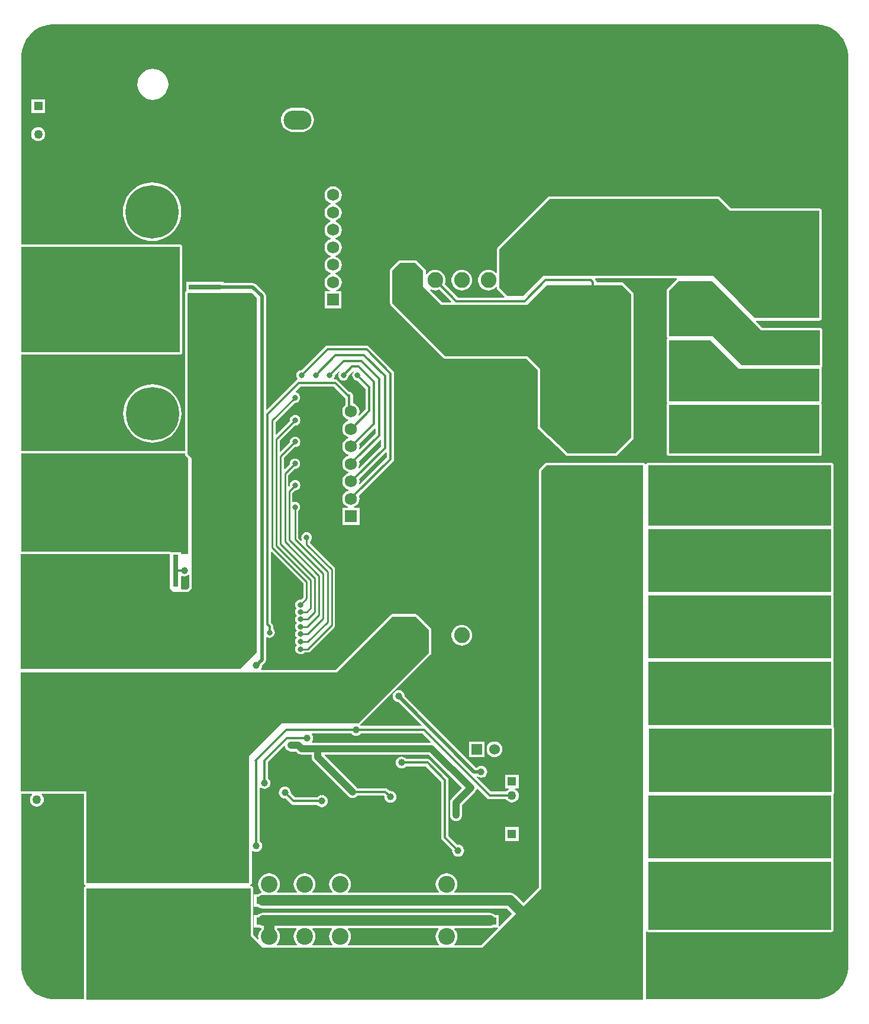
<source format=gbr>
%FSTAX23Y23*%
%MOIN*%
%SFA1B1*%

%IPPOS*%
%ADD23R,0.066929X0.041339*%
%ADD24C,0.013780*%
%ADD25C,0.019685*%
%ADD26C,0.039370*%
%ADD27C,0.059055*%
%ADD28C,0.009842*%
%ADD30C,0.100000*%
%ADD31R,0.100000X0.100000*%
%ADD32C,0.050000*%
%ADD33R,0.050000X0.050000*%
%ADD34O,0.130000X0.100000*%
%ADD35R,0.129921X0.086614*%
%ADD36O,0.129921X0.086614*%
%ADD37C,0.094488*%
%ADD38C,0.088583*%
%ADD39C,0.137795*%
%ADD40C,0.098425*%
%ADD41O,0.157480X0.108268*%
%ADD42C,0.060000*%
%ADD43R,0.060000X0.060000*%
%ADD44O,0.118110X0.167323*%
%ADD45C,0.300000*%
%ADD46C,0.068898*%
%ADD47R,0.068898X0.068898*%
%ADD48C,0.275591*%
%ADD49C,0.039370*%
%ADD50C,0.031496*%
%ADD51R,0.031496X0.181102*%
%ADD52R,0.425197X0.370079*%
%ADD53R,0.181102X0.031496*%
%ADD54R,0.370079X0.425197*%
%ADD55C,0.049213*%
%LNpms_board_copper_signal_bot-1*%
%LPD*%
G36*
X00903Y04244D02*
X0001D01*
Y04838*
X00903*
Y04244*
G37*
G36*
X01883Y04134D02*
X01879Y04129D01*
X01876Y04121*
X01875Y04114*
X01876Y04106*
X01879Y04099*
X01884Y04093*
X0189Y04088*
X01897Y04085*
X01905Y04084*
X01951Y04038*
Y03922*
X01915Y03886*
X01911Y03889*
X01915Y03898*
X01916Y03911*
X01915Y03923*
X0191Y03935*
X01902Y03945*
X01892Y03953*
X0188Y03958*
X01879Y03958*
Y04*
X01878Y04008*
X01873Y04015*
X01866Y04019*
X01858Y04021*
X01794Y04085*
X01787Y0409*
X01779Y04091*
X01774*
X01772Y04096*
X01773Y04099*
X01776Y04106*
X01777Y04114*
X01801Y04137*
X01804Y04134*
X018Y04129*
X01798Y04121*
X01796Y04114*
X01798Y04106*
X018Y04099*
X01805Y04093*
X01811Y04088*
X01819Y04085*
X01826Y04084*
X01834Y04085*
X01841Y04088*
X01847Y04093*
X01852Y04099*
X01855Y04106*
X01856Y04114*
X01879Y04137*
X01883Y04134*
G37*
G36*
X02006Y03812D02*
Y03784D01*
X01918Y03696*
X01913Y03698*
X01915Y03701*
X01916Y03714*
X01915Y03726*
X01914Y03727*
X02001Y03814*
X02006Y03812*
G37*
G36*
X02037Y03749D02*
Y03713D01*
X01915Y0359*
X01911Y03593*
X01915Y03603*
X01916Y03615*
X01915Y03628*
X01913Y03631*
X02033Y03751*
X02037Y03749*
G37*
G36*
X02069Y03678D02*
Y0365D01*
X01918Y03499*
X01913Y03502*
X01915Y03504*
X01916Y03517*
X01915Y03529*
X01914Y0353*
X02064Y0368*
X02069Y03678*
G37*
G36*
X0452Y06088D02*
X04544Y06082D01*
X04566Y06073*
X04588Y06061*
X04607Y06046*
X04624Y06028*
X04639Y06009*
X04652Y05988*
X04661Y05965*
X04667Y05942*
X0467Y05917*
Y05905*
X0467Y00787*
Y00787*
X0467Y00775*
X04667Y0075*
X04661Y00727*
X04652Y00704*
X04639Y00683*
X04624Y00664*
X04607Y00646*
X04588Y00631*
X04566Y00619*
X04544Y0061*
X0452Y00603*
X04496Y006*
X03529*
Y00979*
X0353Y00979*
X03534Y00981*
X03537Y00979*
X03543Y00978*
X04574*
X0458Y00979*
X04584Y00982*
X04587Y00986*
X04588Y00992*
Y01374*
X04587Y01379*
X04584Y01383*
X04587Y01388*
X04588Y01393*
Y01748*
X04587Y01753*
X04586Y01756*
X04588Y01757*
X04591Y01762*
X04592Y01767*
Y02125*
X04591Y02131*
X04588Y02135*
X04586Y02137*
X04587Y0214*
X04588Y02145*
Y025*
X04587Y02505*
X04584Y02509*
X04587Y02514*
X04588Y02519*
Y02874*
X04587Y02879*
X04584Y02883*
X04587Y02888*
X04588Y02893*
Y03248*
X04587Y03253*
X04584Y03257*
X04587Y03262*
X04588Y03267*
Y03606*
X04587Y03611*
X04584Y03616*
X0458Y03619*
X04574Y0362*
X03543*
X03537Y03619*
X03533Y03616*
X03532Y03614*
X03526*
X03525Y03616*
X03521Y03619*
X03515Y0362*
X02972*
X02967Y03619*
X02962Y03616*
X02931Y03584*
X02927Y0358*
X02926Y03574*
Y0123*
X02839Y01143*
X02795Y01187*
X02786Y01194*
X02776Y01198*
X02764Y012*
X02452*
X02451Y01201*
X0245Y01205*
X02458Y01213*
X02463Y01224*
X02467Y01236*
X02468Y01248*
X02467Y01259*
X02463Y01271*
X02458Y01282*
X0245Y01291*
X02441Y01299*
X0243Y01304*
X02419Y01308*
X02407Y01309*
X02395Y01308*
X02383Y01304*
X02373Y01299*
X02363Y01291*
X02356Y01282*
X0235Y01271*
X02346Y01259*
X02345Y01248*
X02346Y01236*
X0235Y01224*
X02356Y01213*
X02363Y01205*
X02362Y01201*
X02362Y012*
X01852*
X01851Y01201*
X0185Y01205*
X01858Y01213*
X01863Y01224*
X01867Y01236*
X01868Y01248*
X01867Y01259*
X01863Y01271*
X01858Y01282*
X0185Y01291*
X01841Y01299*
X0183Y01304*
X01819Y01308*
X01807Y01309*
X01795Y01308*
X01783Y01304*
X01773Y01299*
X01763Y01291*
X01756Y01282*
X0175Y01271*
X01746Y01259*
X01745Y01248*
X01746Y01236*
X0175Y01224*
X01756Y01213*
X01763Y01205*
X01762Y01201*
X01762Y012*
X01652*
X01651Y01201*
X0165Y01205*
X01658Y01213*
X01663Y01224*
X01667Y01236*
X01668Y01248*
X01667Y01259*
X01663Y01271*
X01658Y01282*
X0165Y01291*
X01641Y01299*
X0163Y01304*
X01619Y01308*
X01607Y01309*
X01595Y01308*
X01583Y01304*
X01573Y01299*
X01563Y01291*
X01556Y01282*
X0155Y01271*
X01546Y01259*
X01545Y01248*
X01546Y01236*
X0155Y01224*
X01556Y01213*
X01563Y01205*
X01562Y01201*
X01562Y012*
X01452*
X01451Y01201*
X0145Y01205*
X01458Y01213*
X01463Y01224*
X01467Y01236*
X01468Y01248*
X01467Y01259*
X01463Y01271*
X01458Y01282*
X0145Y01291*
X01441Y01299*
X0143Y01304*
X01419Y01308*
X01407Y01309*
X01395Y01308*
X01383Y01304*
X01373Y01299*
X01363Y01291*
X01356Y01282*
X0135Y01271*
X01346Y01259*
X01345Y01248*
X01346Y01236*
X0135Y01224*
X01356Y01213*
X01363Y01204*
X01364Y01204*
X01363Y01199*
X01358Y01198*
X01348Y01194*
X01343Y0119*
X01322*
Y01122*
X01343*
X01348Y01118*
X01358Y01114*
X0137Y01112*
X02746*
X02778Y01081*
X02705Y01009*
X027Y01011*
Y01074*
X0268*
X02672Y01081*
X02661Y01085*
X0265Y01087*
X01373*
X01362Y01085*
X01351Y01081*
X01342Y01074*
X01322*
Y01005*
X01351*
X01351Y01005*
X01362Y01001*
X01363Y01001*
Y00995*
X01356Y00987*
X0135Y00976*
X01346Y00964*
X01345Y00953*
X01346Y00941*
X01347Y00939*
X01343Y00936*
X01317Y00962*
Y01224*
X01316Y01229*
X01313Y01234*
X01308Y01237*
X01303Y01238*
X01302*
X01301Y01239*
X01301Y01243*
X01305Y01245*
X01308Y0125*
X01309Y01255*
Y01435*
X01314Y01437*
X01317Y01435*
X01325Y01431*
X01334Y0143*
X01343Y01431*
X01351Y01435*
X01358Y0144*
X01363Y01447*
X01367Y01455*
X01368Y01464*
X01367Y01473*
X01363Y01481*
X01358Y01488*
X01355Y0149*
Y0179*
X0136Y01792*
X01365Y01789*
X01373Y01786*
X01381Y01785*
X0139Y01786*
X01398Y01789*
X01405Y01795*
X01411Y01802*
X01414Y0181*
X01415Y01818*
X01414Y01827*
X01411Y01835*
X01405Y01842*
X01402Y01844*
Y01936*
X01493Y02026*
X01498Y02024*
X01498Y0202*
X01502Y02012*
X01507Y02005*
X01514Y02*
X01522Y01996*
X01531Y01995*
X01558*
X01566Y01987*
X01573Y01982*
X01581Y01979*
X0159Y01978*
X01647*
Y01964*
X01648Y01955*
X01651Y01947*
X01657Y0194*
X01854Y01743*
X01861Y01738*
X01869Y01735*
X01877Y01733*
X01886Y01735*
X01894Y01738*
X01901Y01743*
X01903Y01746*
X02053*
X02057Y01742*
X02056Y0174*
X02057Y01731*
X02061Y01723*
X02066Y01716*
X02073Y0171*
X02081Y01707*
X0209Y01706*
X02099Y01707*
X02107Y0171*
X02114Y01716*
X02119Y01723*
X02123Y01731*
X02124Y0174*
X02123Y01748*
X02119Y01757*
X02114Y01764*
X02107Y01769*
X02099Y01772*
X0209Y01773*
X02087Y01773*
X02077Y01782*
X02071Y01787*
X02062Y01788*
X01903*
X01901Y01791*
X01719Y01973*
X01721Y01978*
X02308*
X02495Y01791*
X02436Y01732*
X02431Y01725*
X02428Y01717*
X02426Y01708*
Y01637*
X02428Y01629*
X02431Y0162*
X02436Y01613*
X02443Y01608*
X02451Y01605*
X0246Y01604*
X02469Y01605*
X02477Y01608*
X02484Y01613*
X02489Y0162*
X02493Y01629*
X02494Y01637*
Y01694*
X02567Y01767*
X02572Y01774*
X02575Y01782*
X02576Y01785*
X0258Y01786*
X02634Y01733*
X02641Y01728*
X02649Y01726*
X02742*
X02747Y0172*
X02756Y01714*
X02765Y0171*
X02775Y01708*
X02785Y0171*
X02795Y01714*
X02803Y0172*
X02809Y01728*
X02813Y01737*
X02814Y01748*
X02813Y01758*
X02809Y01767*
X02803Y01775*
X02795Y01781*
X02792Y01782*
X02793Y01787*
X02814*
Y01865*
X02736*
Y01787*
X02757*
X02758Y01782*
X02756Y01781*
X02747Y01775*
X02742Y01769*
X02658*
X02577Y0185*
X02578Y01855*
X0258Y01856*
X02585Y01852*
X02593Y01849*
X02602Y01848*
X02611Y01849*
X02619Y01852*
X02626Y01858*
X02631Y01865*
X02634Y01873*
X02636Y01881*
X02634Y0189*
X02631Y01898*
X02626Y01905*
X02619Y01911*
X02611Y01914*
X02602Y01915*
X02593Y01914*
X02585Y01911*
X02578Y01905*
X02572*
X02171Y02307*
X0217Y02315*
X02167Y02323*
X02161Y0233*
X02154Y02336*
X02146Y02339*
X02137Y0234*
X02129Y02339*
X0212Y02336*
X02113Y0233*
X02108Y02323*
X02105Y02315*
X02104Y02307*
X02105Y02298*
X02108Y0229*
X02113Y02283*
X0212Y02277*
X02129Y02274*
X02137Y02273*
X02267Y02143*
X02265Y02139*
X01925*
X01921Y02143*
X01922Y02147*
X02317Y02541*
X0232Y02545*
X02321Y02551*
Y02681*
X0232Y02686*
X02317Y02691*
X02242Y02765*
X02237Y02768*
X02232Y02769*
X02102Y02769*
X02096Y02768*
X02092Y02765*
X01781Y02454*
X01363*
X01361Y02459*
X01363Y02463*
X01367Y02471*
X01368Y02479*
X01383Y02494*
X01388Y02502*
X0139Y02511*
Y02637*
X01395Y02639*
X01401Y02636*
X01409Y02635*
X01417Y02636*
X01424Y02639*
X0143Y02644*
X01435Y0265*
X01438Y02657*
X01439Y02665*
X01438Y02673*
X01435Y0268*
X0143Y02686*
Y027*
X01428Y02708*
X01424Y02715*
X01418Y02721*
Y03118*
X01423Y0312*
X01599Y02944*
Y02864*
X01587Y02852*
X01584Y02852*
X01576Y02851*
X01569Y02848*
X01563Y02843*
X01558Y02837*
X01555Y0283*
X01554Y02822*
X01555Y02815*
X01558Y02807*
X01563Y02802*
X01558Y02796*
X01555Y02789*
X01554Y02781*
X01555Y02773*
X01558Y02766*
X01563Y0276*
X01558Y02755*
X01555Y02747*
X01554Y0274*
X01555Y02732*
X01558Y02725*
X01563Y02719*
X01558Y02713*
X01555Y02706*
X01554Y02698*
X01555Y02691*
X01558Y02683*
X01563Y02678*
X01558Y02672*
X01555Y02665*
X01554Y02657*
X01555Y02649*
X01558Y02642*
X01563Y02636*
Y02635*
X01558Y02629*
X01555Y02621*
X01554Y02614*
X01555Y02606*
X01558Y02599*
X01563Y02593*
X01558Y02587*
X01555Y0258*
X01554Y02572*
X01555Y02565*
X01558Y02557*
X01563Y02551*
X01569Y02547*
X01576Y02544*
X01584Y02543*
X01592Y02544*
X01599Y02547*
X01605Y02551*
X01607Y02553*
X01625*
X01633Y02555*
X01639Y02559*
X01773Y02693*
X01777Y02699*
X01778Y02706*
Y03019*
X01777Y03026*
X01773Y03033*
X01637Y03169*
Y03178*
X01639Y03179*
X01643Y03185*
X01646Y03193*
X01647Y032*
X01646Y03208*
X01643Y03215*
X01639Y03221*
X01633Y03226*
X01625Y03229*
X01618Y0323*
X0161Y03229*
X01603Y03226*
X01597Y03221*
X01592Y03215*
X01589Y03208*
X01588Y032*
X01589Y03193*
X01592Y03185*
X01592Y03185*
X01588Y03182*
X01572Y03198*
Y03349*
X01574Y0335*
X01578Y03357*
X01581Y03364*
X01582Y03372*
X01581Y03379*
X01578Y03386*
X01574Y03393*
X01568Y03397*
X0156Y034*
X01553Y03401*
X01545Y034*
X01542Y03399*
X01538Y03402*
Y03452*
X01551Y03465*
X01554Y03465*
X01561Y03466*
X01569Y03469*
X01575Y03474*
X01579Y0348*
X01582Y03487*
X01583Y03495*
X01582Y03502*
X01579Y03509*
X01575Y03516*
X01569Y0352*
X01561Y03523*
X01554Y03524*
X01546Y03523*
X01539Y0352*
X01533Y03516*
X01528Y03509*
X01525Y03502*
X01524Y03495*
X01524Y03492*
X01519Y03487*
X01515Y03489*
Y03551*
X0155Y03586*
X01553Y03586*
X0156Y03587*
X01568Y0359*
X01574Y03595*
X01578Y03601*
X01581Y03608*
X01582Y03616*
X01581Y03623*
X01578Y03631*
X01574Y03637*
X01568Y03641*
X0156Y03644*
X01553Y03645*
X01545Y03644*
X01538Y03641*
X01532Y03637*
X01527Y03631*
X01524Y03623*
X01523Y03616*
X01523Y03613*
X01496Y03586*
X01491Y03587*
Y03649*
X01551Y03709*
X01554Y03709*
X01561Y0371*
X01569Y03713*
X01575Y03718*
X01579Y03724*
X01582Y03731*
X01583Y03739*
X01582Y03746*
X01579Y03754*
X01575Y0376*
X01569Y03764*
X01561Y03767*
X01554Y03768*
X01546Y03767*
X01539Y03764*
X01533Y0376*
X01528Y03754*
X01525Y03746*
X01524Y03739*
X01524Y03736*
X01472Y03684*
X01467Y03686*
Y03748*
X01551Y03831*
X01554Y03831*
X01561Y03832*
X01569Y03835*
X01575Y0384*
X01579Y03846*
X01582Y03853*
X01583Y03861*
X01582Y03868*
X01579Y03876*
X01575Y03882*
X01569Y03887*
X01561Y03889*
X01554Y03891*
X01546Y03889*
X01539Y03887*
X01533Y03882*
X01528Y03876*
X01525Y03868*
X01524Y03861*
X01524Y03858*
X01448Y03782*
X01444Y03784*
Y03852*
X0155Y03958*
X01553Y03958*
X0156Y03959*
X01568Y03962*
X01574Y03967*
X01578Y03973*
X01581Y0398*
X01582Y03988*
X01581Y03995*
X01578Y04003*
X01574Y04009*
X01568Y04013*
X0156Y04016*
X01558Y04017*
X01556Y04022*
X01583Y04049*
X0177*
X01837Y03983*
Y03948*
X01833Y03945*
X01825Y03935*
X01821Y03923*
X01819Y03911*
X01821Y03898*
X01825Y03886*
X01833Y03876*
X01843Y03868*
X01854Y03864*
X01855Y03861*
X01854Y03859*
X01843Y03854*
X01833Y03846*
X01825Y03836*
X01821Y03825*
X01819Y03812*
X01821Y038*
X01825Y03788*
X01833Y03778*
X01843Y0377*
X01854Y03765*
X01855Y03763*
X01854Y0376*
X01843Y03756*
X01833Y03748*
X01825Y03738*
X01821Y03726*
X01819Y03714*
X01821Y03701*
X01825Y03689*
X01833Y03679*
X01843Y03672*
X01854Y03667*
X01855Y03664*
X01854Y03662*
X01843Y03657*
X01833Y0365*
X01825Y0364*
X01821Y03628*
X01819Y03615*
X01821Y03603*
X01825Y03591*
X01833Y03581*
X01843Y03573*
X01854Y03569*
X01855Y03566*
X01854Y03563*
X01843Y03559*
X01833Y03551*
X01825Y03541*
X01821Y03529*
X01819Y03517*
X01821Y03504*
X01825Y03493*
X01833Y03482*
X01843Y03475*
X01854Y0347*
X01855Y03468*
X01854Y03465*
X01843Y03461*
X01833Y03453*
X01825Y03443*
X01821Y03431*
X01819Y03418*
X01821Y03406*
X01825Y03394*
X01833Y03384*
X01843Y03376*
X01851Y03373*
X0185Y03368*
X01819*
Y03272*
X01916*
Y03368*
X01886*
X01885Y03373*
X01892Y03376*
X01902Y03384*
X0191Y03394*
X01915Y03406*
X01916Y03418*
X01915Y03431*
X01913Y03435*
X02105Y03626*
X0211Y03633*
X02111Y03641*
Y04125*
X0211Y04134*
X02105Y0414*
X01971Y04274*
X01964Y04279*
X01956Y0428*
X01736*
X01728Y04279*
X01721Y04274*
X0159Y04143*
X01582Y04142*
X01575Y04139*
X01569Y04135*
X01564Y04129*
X01561Y04121*
X0156Y04114*
X01561Y04106*
X01564Y04099*
X01567Y04095*
X01567Y04092*
X01565Y04089*
X01559Y04085*
X01394Y0392*
X0139Y03922*
Y04559*
X01388Y04568*
X01383Y04576*
X01331Y04627*
X01324Y04632*
X01314Y04634*
X01149*
Y0464*
X0094*
Y0459*
X00938Y04588*
X00935Y04584*
X00934Y04578*
Y03687*
X0001*
Y0423*
X00903*
X00908Y04231*
X00913Y04234*
X00916Y04238*
X00917Y04244*
Y04838*
X00916Y04843*
X00913Y04848*
X00908Y04851*
X00903Y04852*
X0001*
Y05905*
Y05917*
X00013Y05942*
X00019Y05965*
X00029Y05988*
X00041Y06009*
X00056Y06028*
X00073Y06046*
X00092Y06061*
X00114Y06073*
X00136Y06082*
X0016Y06088*
X00184Y06092*
X04496*
X0452Y06088*
G37*
G36*
X04574Y03267D02*
X03543D01*
Y03606*
X04574*
Y03267*
G37*
G36*
X00934Y03669D02*
X00935Y03663D01*
X00938Y03659*
X00952Y03645*
Y03106*
X00911*
Y03118*
X00853*
X00851Y03119*
X00846Y0312*
X0001Y0312*
Y03673*
X00934*
Y03669*
G37*
G36*
X00958Y0299D02*
Y02919D01*
X00946Y02907*
X00916*
X00911Y02909*
Y02981*
X00916Y02984*
X0092Y02983*
X00929Y02981*
X00937Y02983*
X00946Y02986*
X00953Y02991*
X00953Y02992*
X00958Y0299*
G37*
G36*
X04574Y02893D02*
X03543D01*
Y03248*
X04574*
Y02893*
G37*
G36*
X01338Y04551D02*
X01338Y02555D01*
X01244Y0246*
X00007*
Y03106*
X00846*
Y02913*
X00866Y02893*
X00952Y02893*
X00972Y02913*
Y03645*
X00948Y03669*
Y04578*
X01311*
X01338Y04551*
G37*
G36*
X04574Y02519D02*
X03543D01*
Y02874*
X04574*
Y02519*
G37*
G36*
X02232Y02755D02*
X02307Y02681D01*
Y02551*
X01909Y02153*
X01476*
X01295Y01972*
X01295Y01255*
X00377*
Y01771*
X00007*
Y0244*
X01787Y0244*
X02102Y02755*
X02232*
G37*
G36*
X04574Y02145D02*
X03543D01*
Y025*
X04574*
Y02145*
G37*
G36*
X02317Y0205D02*
X02315Y02045D01*
X01651*
X01648Y0205*
X01651Y02053*
X01654Y02062*
X01655Y0207*
X01654Y02079*
X01651Y02087*
X01647Y02092*
X0165Y02097*
X01871*
X01873Y02094*
X0188Y02088*
X01888Y02085*
X01897Y02084*
X01906Y02085*
X01914Y02088*
X01921Y02094*
X01923Y02097*
X0227*
X02317Y0205*
G37*
G36*
X04578Y01767D02*
X03547D01*
Y02125*
X04578*
Y01767*
G37*
G36*
X04574Y01393D02*
X03543D01*
Y01748*
X04574*
Y01393*
G37*
G36*
Y00992D02*
X03543D01*
Y01374*
X04574*
Y00992*
G37*
G36*
X01562Y00994D02*
X01556Y00987D01*
X0155Y00976*
X01546Y00964*
X01545Y00953*
X01546Y00941*
X0155Y00929*
X01556Y00918*
X01563Y00909*
X01565Y00908*
X01563Y00903*
X0145*
X01449Y00908*
X0145Y00909*
X01458Y00918*
X01463Y00929*
X01467Y00941*
X01468Y00953*
X01467Y00964*
X01463Y00976*
X01458Y00987*
X01451Y00994*
X01453Y00999*
X0156*
X01562Y00994*
G37*
G36*
X01762D02*
X01756Y00987D01*
X0175Y00976*
X01746Y00964*
X01745Y00953*
X01746Y00941*
X0175Y00929*
X01756Y00918*
X01763Y00909*
X01765Y00908*
X01763Y00903*
X0165*
X01649Y00908*
X0165Y00909*
X01658Y00918*
X01663Y00929*
X01667Y00941*
X01668Y00953*
X01667Y00964*
X01663Y00976*
X01658Y00987*
X01651Y00994*
X01653Y00999*
X0176*
X01762Y00994*
G37*
G36*
X02362D02*
X02356Y00987D01*
X0235Y00976*
X02346Y00964*
X02345Y00953*
X02346Y00941*
X0235Y00929*
X02356Y00918*
X02363Y00909*
X02365Y00908*
X02363Y00903*
X0185*
X01849Y00908*
X0185Y00909*
X01858Y00918*
X01863Y00929*
X01867Y00941*
X01868Y00953*
X01867Y00964*
X01863Y00976*
X01858Y00987*
X01851Y00994*
X01853Y00999*
X0236*
X02362Y00994*
G37*
G36*
X02697Y01D02*
X026Y00903D01*
X0245*
X02449Y00908*
X0245Y00909*
X02458Y00918*
X02463Y00929*
X02467Y00941*
X02468Y00953*
X02467Y00964*
X02463Y00976*
X02458Y00987*
X02451Y00994*
X02453Y00999*
X0265*
X02661Y01001*
X02672Y01005*
X02672Y01005*
X02695*
X02697Y01*
G37*
G36*
X03515Y00598D02*
X00377D01*
Y01224*
X01303*
X01303Y00956*
X0137Y00889*
X02606*
X0294Y01224*
Y03574*
X02972Y03606*
X03515*
X03515Y00598*
G37*
G36*
X0007Y01757D02*
X00071Y01752D01*
X0007Y01752*
X00064Y01743*
X0006Y01734*
X00059Y01724*
X0006Y01714*
X00064Y01704*
X0007Y01696*
X00078Y0169*
X00088Y01686*
X00098Y01685*
X00108Y01686*
X00117Y0169*
X00126Y01696*
X00132Y01704*
X00136Y01714*
X00137Y01724*
X00136Y01734*
X00132Y01743*
X00126Y01752*
X00125Y01752*
X00126Y01757*
X00363*
Y01255*
X00364Y0125*
X00368Y01245*
X00372Y01242*
X00373Y01242*
Y01237*
X00372Y01237*
X00368Y01234*
X00364Y01229*
X00363Y01224*
Y006*
X00184*
X0016Y00603*
X00136Y0061*
X00114Y00619*
X00092Y00631*
X00073Y00646*
X00056Y00664*
X00041Y00683*
X00029Y00704*
X00019Y00727*
X00013Y0075*
X0001Y00775*
Y00787*
Y01757*
X0007*
G37*
%LNpms_board_copper_signal_bot-2*%
%LPC*%
G36*
X00751Y05839D02*
X00734Y05838D01*
X00718Y05833*
X00703Y05825*
X0069Y05814*
X00679Y05801*
X00671Y05786*
X00666Y05769*
X00664Y05752*
X00666Y05735*
X00671Y05719*
X00679Y05704*
X0069Y05691*
X00703Y0568*
X00718Y05672*
X00734Y05667*
X00751Y05665*
X00768Y05667*
X00785Y05672*
X008Y0568*
X00813Y05691*
X00824Y05704*
X00832Y05719*
X00837Y05735*
X00839Y05752*
X00837Y05769*
X00832Y05786*
X00824Y05801*
X00813Y05814*
X008Y05825*
X00785Y05833*
X00768Y05838*
X00751Y05839*
G37*
G36*
X00145Y05668D02*
X00067D01*
Y05591*
X00145*
Y05668*
G37*
G36*
X01591Y0562D02*
X01542D01*
X01529Y05619*
X01516Y05615*
X01504Y05609*
X01494Y05601*
X01485Y0559*
X01479Y05578*
X01475Y05566*
X01474Y05552*
X01475Y05539*
X01479Y05526*
X01485Y05514*
X01494Y05504*
X01504Y05496*
X01516Y05489*
X01529Y05485*
X01542Y05484*
X01591*
X01604Y05485*
X01617Y05489*
X01629Y05496*
X01639Y05504*
X01648Y05514*
X01654Y05526*
X01658Y05539*
X01659Y05552*
X01658Y05566*
X01654Y05578*
X01648Y0559*
X01639Y05601*
X01629Y05609*
X01617Y05615*
X01604Y05619*
X01591Y0562*
G37*
G36*
X00106Y05511D02*
X00096Y0551D01*
X00086Y05506*
X00078Y055*
X00072Y05491*
X00068Y05482*
X00067Y05472*
X00068Y05462*
X00072Y05452*
X00078Y05444*
X00086Y05438*
X00096Y05434*
X00106Y05433*
X00116Y05434*
X00125Y05438*
X00133Y05444*
X0014Y05452*
X00144Y05462*
X00145Y05472*
X00144Y05482*
X0014Y05491*
X00133Y055*
X00125Y05506*
X00116Y0551*
X00106Y05511*
G37*
G36*
X00748Y05199D02*
X00726Y05198D01*
X00705Y05193*
X00685Y05187*
X00665Y05177*
X00648Y05165*
X00631Y05151*
X00617Y05135*
X00605Y05117*
X00596Y05098*
X00589Y05077*
X00585Y05056*
X00583Y05035*
X00585Y05014*
X00589Y04992*
X00596Y04972*
X00605Y04953*
X00617Y04935*
X00631Y04919*
X00648Y04905*
X00665Y04893*
X00685Y04883*
X00705Y04876*
X00726Y04872*
X00748Y04871*
X00769Y04872*
X0079Y04876*
X0081Y04883*
X0083Y04893*
X00847Y04905*
X00864Y04919*
X00878Y04935*
X0089Y04953*
X00899Y04972*
X00906Y04992*
X0091Y05014*
X00912Y05035*
X0091Y05056*
X00906Y05077*
X00899Y05098*
X0089Y05117*
X00878Y05135*
X00864Y05151*
X00847Y05165*
X0083Y05177*
X0081Y05187*
X0079Y05193*
X00769Y05198*
X00748Y05199*
G37*
G36*
X03937Y0512D02*
X02988D01*
X02982Y05119*
X02978Y05116*
X02694Y04832*
X02691Y04828*
X0269Y04822*
Y04691*
X02685Y0469*
X02684Y04691*
X02675Y04699*
X02665Y04704*
X02654Y04707*
X02643Y04708*
X02631Y04707*
X0262Y04704*
X0261Y04699*
X02601Y04691*
X02594Y04683*
X02589Y04672*
X02585Y04662*
X02584Y0465*
X02585Y04639*
X02589Y04628*
X02594Y04618*
X02601Y04609*
X0261Y04602*
X0262Y04596*
X02631Y04593*
X02643Y04592*
X02654Y04593*
X02665Y04596*
X02675Y04602*
X02684Y04609*
X02685Y04611*
X0269Y04609*
Y04606*
X02691Y046*
X02694Y04596*
X02733Y04557*
X02732Y04552*
X02471*
X02396Y04627*
X02397Y04628*
X024Y04639*
X02401Y0465*
X024Y04662*
X02397Y04672*
X02391Y04683*
X02384Y04691*
X02375Y04699*
X02365Y04704*
X02354Y04707*
X02343Y04708*
X02331Y04707*
X0232Y04704*
X0231Y04699*
X02301Y04691*
X02294Y04683*
X02294Y04682*
X02289Y04683*
Y04704*
X02288Y0471*
X02285Y04714*
X02242Y04757*
X02237Y04761*
X02232Y04762*
X02145*
X0214Y04761*
X02135Y04757*
X02092Y04714*
X02089Y0471*
X02088Y04704*
Y04519*
X02089Y04514*
X02092Y04509*
X02391Y0421*
X02396Y04207*
X02401Y04206*
X02856*
X02919Y04143*
Y03822*
X02919Y03822*
X02919Y03821*
X02919Y03819*
X0292Y03816*
X0292Y03816*
X0292Y03816*
X02921Y03814*
X02923Y03812*
X02923Y03812*
X02923Y03812*
X0308Y03663*
X03082Y03661*
X03084Y0366*
X03084Y0366*
X03084Y0366*
X03087Y03659*
X03089Y03659*
X03358*
X03363Y0366*
X03368Y03663*
X03458Y03753*
X03461Y03758*
X03462Y03763*
Y04444*
Y0457*
X03461Y04576*
X03458Y0458*
X03407Y04631*
X03403Y04635*
X03397Y04636*
X03253*
Y04637*
X03251Y04645*
X03247Y04652*
X03245Y04654*
X03247Y04659*
X03703*
X03705Y04654*
X03651Y046*
X03648Y04595*
X03647Y0459*
Y04334*
X03648Y04329*
X03651Y04324*
Y0432*
X03648Y04316*
X03647Y04311*
X03647Y03968*
X03648Y03963*
X03651Y03958*
X03648Y03954*
X03647Y03948*
Y03673*
X03648Y03667*
X03651Y03663*
X03656Y0366*
X03661Y03659*
X04507*
X04513Y0366*
X04517Y03663*
X0452Y03667*
X04521Y03673*
Y03948*
X0452Y03954*
X04517Y03958*
X0452Y03963*
X04521Y03968*
X04521Y04149*
X0452Y04154*
X04519Y04157*
X04521Y04159*
X04524Y04163*
X04525Y04169*
Y04366*
X04524Y04371*
X04521Y04376*
X04517Y04379*
X04511Y0438*
X04186*
X04149Y04417*
X04151Y04422*
X04507*
X04513Y04424*
X04517Y04427*
X0452Y04431*
X04521Y04437*
Y05039*
X0452Y05044*
X04517Y05049*
X04513Y05052*
X04507Y05053*
X04009*
X03946Y05116*
X03942Y05119*
X03937Y0512*
G37*
G36*
X02493Y04708D02*
X02481Y04707D01*
X0247Y04704*
X0246Y04699*
X02451Y04691*
X02444Y04683*
X02439Y04672*
X02435Y04662*
X02434Y0465*
X02435Y04639*
X02439Y04628*
X02444Y04618*
X02451Y04609*
X0246Y04602*
X0247Y04596*
X02481Y04593*
X02493Y04592*
X02504Y04593*
X02515Y04596*
X02525Y04602*
X02534Y04609*
X02541Y04618*
X02547Y04628*
X0255Y04639*
X02551Y0465*
X0255Y04662*
X02547Y04672*
X02541Y04683*
X02534Y04691*
X02525Y04699*
X02515Y04704*
X02504Y04707*
X02493Y04708*
G37*
G36*
X01767Y05178D02*
X01755Y05176D01*
X01743Y05172*
X01733Y05164*
X01725Y05154*
X0172Y05142*
X01719Y05129*
X0172Y05117*
X01725Y05105*
X01733Y05095*
X01743Y05087*
X01754Y05083*
X01754Y0508*
X01754Y05078*
X01743Y05073*
X01733Y05065*
X01725Y05055*
X0172Y05044*
X01719Y05031*
X0172Y05018*
X01725Y05007*
X01733Y04997*
X01743Y04989*
X01754Y04984*
X01754Y04982*
X01754Y04979*
X01743Y04975*
X01733Y04967*
X01725Y04957*
X0172Y04945*
X01719Y04933*
X0172Y0492*
X01725Y04908*
X01733Y04898*
X01743Y0489*
X01754Y04886*
X01754Y04883*
X01754Y04881*
X01743Y04876*
X01733Y04869*
X01725Y04858*
X0172Y04847*
X01719Y04834*
X0172Y04822*
X01725Y0481*
X01733Y048*
X01743Y04792*
X01754Y04788*
X01754Y04785*
X01754Y04782*
X01743Y04778*
X01733Y0477*
X01725Y0476*
X0172Y04748*
X01719Y04736*
X0172Y04723*
X01725Y04711*
X01733Y04701*
X01743Y04694*
X01754Y04689*
X01754Y04687*
X01754Y04684*
X01743Y04679*
X01733Y04672*
X01725Y04662*
X0172Y0465*
X01719Y04637*
X0172Y04625*
X01725Y04613*
X01733Y04603*
X01743Y04595*
X0175Y04592*
X01749Y04587*
X01719*
Y04491*
X01815*
Y04587*
X01785*
X01784Y04592*
X01792Y04595*
X01802Y04603*
X01809Y04613*
X01814Y04625*
X01816Y04637*
X01814Y0465*
X01809Y04662*
X01802Y04672*
X01792Y04679*
X01781Y04684*
X0178Y04687*
X01781Y04689*
X01792Y04694*
X01802Y04701*
X01809Y04711*
X01814Y04723*
X01816Y04736*
X01814Y04748*
X01809Y0476*
X01802Y0477*
X01792Y04778*
X01781Y04782*
X0178Y04785*
X01781Y04788*
X01792Y04792*
X01802Y048*
X01809Y0481*
X01814Y04822*
X01816Y04834*
X01814Y04847*
X01809Y04858*
X01802Y04869*
X01792Y04876*
X01781Y04881*
X0178Y04883*
X01781Y04886*
X01792Y0489*
X01802Y04898*
X01809Y04908*
X01814Y0492*
X01816Y04933*
X01814Y04945*
X01809Y04957*
X01802Y04967*
X01792Y04975*
X01781Y04979*
X0178Y04982*
X01781Y04984*
X01792Y04989*
X01802Y04997*
X01809Y05007*
X01814Y05018*
X01816Y05031*
X01814Y05044*
X01809Y05055*
X01802Y05065*
X01792Y05073*
X01781Y05078*
X0178Y0508*
X01781Y05083*
X01792Y05087*
X01802Y05095*
X01809Y05105*
X01814Y05117*
X01816Y05129*
X01814Y05142*
X01809Y05154*
X01802Y05164*
X01792Y05172*
X0178Y05176*
X01767Y05178*
G37*
G36*
X00749Y04063D02*
X00728Y04061D01*
X00707Y04057*
X00686Y0405*
X00667Y04041*
X00649Y04029*
X00633Y04014*
X00619Y03998*
X00607Y03981*
X00597Y03961*
X00591Y03941*
X00586Y0392*
X00585Y03898*
X00586Y03877*
X00591Y03856*
X00597Y03836*
X00607Y03816*
X00619Y03799*
X00633Y03782*
X00649Y03768*
X00667Y03756*
X00686Y03747*
X00707Y0374*
X00728Y03736*
X00749Y03734*
X0077Y03736*
X00792Y0374*
X00812Y03747*
X00831Y03756*
X00849Y03768*
X00865Y03782*
X00879Y03799*
X00891Y03816*
X00901Y03836*
X00908Y03856*
X00912Y03877*
X00913Y03898*
X00912Y0392*
X00908Y03941*
X00901Y03961*
X00891Y03981*
X00879Y03998*
X00865Y04014*
X00849Y04029*
X00831Y04041*
X00812Y0405*
X00792Y04057*
X0077Y04061*
X00749Y04063*
G37*
G36*
X02493Y02708D02*
X02481Y02707D01*
X0247Y02704*
X0246Y02699*
X02451Y02691*
X02444Y02683*
X02439Y02672*
X02435Y02662*
X02434Y0265*
X02435Y02639*
X02439Y02628*
X02444Y02618*
X02451Y02609*
X0246Y02602*
X0247Y02596*
X02481Y02593*
X02493Y02592*
X02504Y02593*
X02515Y02596*
X02525Y02602*
X02534Y02609*
X02541Y02618*
X02547Y02628*
X0255Y02639*
X02551Y0265*
X0255Y02662*
X02547Y02672*
X02541Y02683*
X02534Y02691*
X02525Y02699*
X02515Y02704*
X02504Y02707*
X02493Y02708*
G37*
G36*
X0262Y02051D02*
X02533D01*
Y01964*
X0262*
Y02051*
G37*
G36*
X02677Y02052D02*
X02665Y0205D01*
X02655Y02046*
X02645Y02039*
X02638Y02029*
X02634Y02019*
X02633Y02007*
X02634Y01996*
X02638Y01985*
X02645Y01976*
X02655Y01969*
X02665Y01965*
X02677Y01963*
X02688Y01965*
X02699Y01969*
X02708Y01976*
X02715Y01985*
X02719Y01996*
X02721Y02007*
X02719Y02019*
X02715Y02029*
X02708Y02039*
X02699Y02046*
X02688Y0205*
X02677Y02052*
G37*
G36*
X01496Y01797D02*
X01487Y01796D01*
X01479Y01793*
X01472Y01787*
X01466Y0178*
X01463Y01772*
X01462Y01763*
X01463Y01755*
X01466Y01746*
X01472Y01739*
X01479Y01734*
X01487Y01731*
X01496Y0173*
X01499Y0173*
X01528Y01701*
X01535Y01697*
X01543Y01695*
X01678*
X0168Y01692*
X01687Y01687*
X01695Y01683*
X01704Y01682*
X01713Y01683*
X01721Y01687*
X01728Y01692*
X01733Y01699*
X01737Y01707*
X01738Y01716*
X01737Y01725*
X01733Y01733*
X01728Y0174*
X01721Y01745*
X01713Y01749*
X01704Y0175*
X01695Y01749*
X01687Y01745*
X0168Y0174*
X01678Y01737*
X01552*
X01529Y0176*
X01529Y01763*
X01528Y01772*
X01525Y0178*
X01519Y01787*
X01512Y01793*
X01504Y01796*
X01496Y01797*
G37*
G36*
X02814Y0157D02*
X02736D01*
Y01492*
X02814*
Y0157*
G37*
G36*
X02153Y01966D02*
X02144Y01965D01*
X02136Y01962*
X02129Y01956*
X02124Y01949*
X0212Y01941*
X02119Y01933*
X0212Y01924*
X02124Y01916*
X02129Y01909*
X02136Y01903*
X02144Y019*
X02153Y01899*
X02162Y019*
X0217Y01903*
X02177Y01909*
X02179Y01911*
X0229*
X02376Y01825*
Y01511*
X02378Y01503*
X02382Y01496*
X02439Y0144*
X02438Y01437*
X02439Y01428*
X02443Y0142*
X02448Y01413*
X02455Y01407*
X02463Y01404*
X02472Y01403*
X02481Y01404*
X02489Y01407*
X02496Y01413*
X02501Y0142*
X02505Y01428*
X02506Y01437*
X02505Y01445*
X02501Y01453*
X02496Y0146*
X02489Y01466*
X02481Y01469*
X02472Y0147*
X02468Y0147*
X02418Y0152*
Y01834*
X02417Y01842*
X02412Y01849*
X02314Y01947*
X02307Y01952*
X02299Y01954*
X02179*
X02177Y01956*
X0217Y01962*
X02162Y01965*
X02153Y01966*
G37*
%LNpms_board_copper_signal_bot-3*%
%LPD*%
G36*
X0232Y04596D02*
X02331Y04593D01*
X02343Y04592*
X02354Y04593*
X02365Y04596*
X02366Y04597*
X02433Y0453*
X02431Y04525*
X02383*
X02315Y04593*
X02318Y04597*
X0232Y04596*
G37*
G36*
X04003Y05039D02*
X04507D01*
Y04437*
X04145*
X04051Y04531*
X03909Y04673*
X02952*
X02838Y04559*
X02751*
X02704Y04606*
X02704Y04822*
X02988Y05106*
X03937*
X04003Y05039*
G37*
G36*
X04181Y04366D02*
X04511Y04366D01*
Y04169*
X0407*
X03905Y04334*
X03661*
Y0459*
X03716Y04645*
X03901*
X04181Y04366*
G37*
G36*
X03893Y04311D02*
X04055Y04149D01*
X04507*
Y03968*
X04003*
X03661*
Y04311*
X03893Y04311*
G37*
G36*
X02275Y04704D02*
X02275Y04614D01*
X02377Y04511*
X02862*
X02972Y04622*
X03397*
X03448Y0457*
Y04444*
Y03763*
X03358Y03673*
X03089*
X02933Y03822*
Y04149*
X02862Y0422*
X02401*
X02102Y04519*
Y04704*
X02145Y04748*
X02232Y04748*
X02275Y04704*
G37*
G36*
X04507Y03948D02*
Y03673D01*
X03661*
Y03948*
X03984*
X04507*
G37*
G54D23*
X02653Y01156D03*
Y0104D03*
X0251Y01156D03*
Y0104D03*
X02368Y01156D03*
Y0104D03*
X02225Y01156D03*
Y0104D03*
X02083Y01157D03*
Y01041D03*
X0194Y01156D03*
Y0104D03*
X01797Y01156D03*
Y0104D03*
X01655Y01156D03*
Y0104D03*
X01512Y01156D03*
Y0104D03*
X0137Y01156D03*
Y0104D03*
G54D24*
X02649Y01748D02*
X02775D01*
X02279Y02118D02*
X02649Y01748D01*
X01897Y02118D02*
X02279D01*
X03232Y04562D02*
Y04637D01*
X0322Y04649D02*
X03232Y04637D01*
X02964Y04649D02*
X0322D01*
X02846Y04531D02*
X02964Y04649D01*
X02462Y04531D02*
X02846D01*
X02343Y0465D02*
X02462Y04531D01*
X01334Y01464D02*
Y0194D01*
X0133Y01944D02*
X01334Y0194D01*
X0133Y01944D02*
X01503Y02118D01*
X02397Y01511D02*
X02472Y01437D01*
X02062Y01767D02*
X0209Y0174D01*
X01877Y01767D02*
X02062D01*
X01503Y02118D02*
X01897D01*
X01507Y0207D02*
X01622D01*
X01381Y01944D02*
X01507Y0207D01*
X01381Y01818D02*
Y01944D01*
X01543Y01716D02*
X01704D01*
X01496Y01763D02*
X01543Y01716D01*
X00882Y03013D02*
X00884Y03015D01*
X00929*
X01409Y02665D02*
Y027D01*
X02397Y01511D02*
Y01834D01*
X02299Y01933D02*
X02397Y01834D01*
X02153Y01933D02*
X02299D01*
X01858Y0392D02*
Y04D01*
X01854Y03996D02*
X01858Y04D01*
X01779Y0407D02*
X01854Y03996D01*
X01857Y0392D02*
X01858D01*
X01574Y0407D02*
X01779D01*
X01397Y03893D02*
X01574Y0407D01*
X0209Y03641D02*
Y04125D01*
X01956Y04259D02*
X0209Y04125D01*
X01736Y04259D02*
X01956D01*
X02059Y03704D02*
Y0411D01*
X01942Y04226D02*
X02059Y0411D01*
X01781Y04226D02*
X01942D01*
X02027Y03775D02*
Y04094D01*
X01927Y04194D02*
X02027Y04094D01*
X01828Y04194D02*
X01927D01*
X01868Y0372D02*
X01879D01*
X01887Y03712D02*
Y0373D01*
X01998Y0384D02*
Y04076D01*
X01911Y04163D02*
X01998Y04076D01*
X01875Y04163D02*
X01911D01*
X01397Y02712D02*
X01409Y027D01*
X01397Y02712D02*
Y03893D01*
X01879Y0382D02*
X01881D01*
X01875D02*
X01879D01*
X01868D02*
X01875D01*
X01972Y03913D02*
Y04047D01*
X01879Y0382D02*
X01972Y03913D01*
X01888Y03439D02*
X0209Y03641D01*
X0189Y03536D02*
X02059Y03704D01*
X01888Y03636D02*
X02027Y03775D01*
X01868Y03812D02*
X01875Y0382D01*
X01887Y0373D02*
X01998Y0384D01*
X01879Y0372D02*
X01887Y03712D01*
X01858Y0392D02*
X01868Y03911D01*
X01618Y02074D02*
X01622Y0207D01*
X0159Y04114D02*
X01736Y04259D01*
X01669Y04114D02*
X01781Y04226D01*
X01748Y04114D02*
X01828Y04194D01*
X01826Y04114D02*
X01875Y04163D01*
X01905Y04114D02*
X01972Y04047D01*
G54D25*
X02562Y01881D02*
X02602D01*
X01334Y0248D02*
X01366Y02511D01*
X01366Y04559*
X01314Y0461D02*
X01366Y04559D01*
X01118Y0461D02*
X01314D01*
X02137Y02307D02*
X02562Y01881D01*
G54D26*
X01572Y02029D02*
X0159Y02011D01*
X01681*
X01531Y02029D02*
X01572D01*
X02322Y02011D02*
X02543Y01791D01*
X01681Y02011D02*
X02322D01*
X01681Y01964D02*
Y02011D01*
Y01964D02*
X01877Y01767D01*
X0246Y01708D02*
X02543Y01791D01*
X0246Y01637D02*
Y01708D01*
G54D27*
X01373Y01043D02*
X01405D01*
X01407Y00953D02*
Y01042D01*
X01405Y01043D02*
X0265D01*
X02653Y01156D02*
X02764D01*
X01797D02*
X02653D01*
X02764D02*
X02834Y01086D01*
X0137Y01156D02*
X01797D01*
G54D28*
X01618Y03161D02*
Y032D01*
Y03161D02*
X01759Y03019D01*
Y02706D02*
Y03019D01*
X01425Y03145D02*
X01618Y02952D01*
Y02856D02*
Y02952D01*
X01584Y02822D02*
X01618Y02856D01*
X01641Y02803D02*
Y0296D01*
X0162Y02781D02*
X01641Y02803D01*
X01584Y02781D02*
X0162D01*
X01425Y03145D02*
Y0386D01*
X01448Y03153D02*
X01641Y0296D01*
X01448Y03153D02*
Y03755D01*
X01665Y02779D02*
Y02972D01*
X01472Y03165D02*
X01665Y02972D01*
X01472Y03165D02*
Y03657D01*
X01736Y02724D02*
Y03007D01*
X01553Y0319D02*
X01736Y03007D01*
X01553Y0319D02*
Y03372D01*
X01712Y02744D02*
Y02996D01*
X01519Y03188D02*
X01712Y02996D01*
X01519Y03188D02*
Y0346D01*
X01554Y03495*
X01472Y03657D02*
X01554Y03739D01*
X01448Y03755D02*
X01554Y03861D01*
X01425Y0386D02*
X01553Y03988D01*
X01496Y03559D02*
X01553Y03616D01*
X01496Y03177D02*
Y03559D01*
Y03177D02*
X01688Y02984D01*
Y02765D02*
Y02984D01*
X01625Y02572D02*
X01759Y02706D01*
X01625Y02614D02*
X01736Y02724D01*
X01625Y02657D02*
X01712Y02744D01*
X01622Y02698D02*
X01688Y02765D01*
X01625Y0274D02*
X01665Y02779D01*
X01584Y02572D02*
X01625D01*
X01584Y02614D02*
X01625D01*
X01584Y02657D02*
X01625D01*
X01584Y02698D02*
X01622D01*
X01584Y0274D02*
X01625D01*
G54D30*
X04406Y04735D03*
Y04935D03*
X04409Y04058D03*
Y04258D03*
G54D31*
X04406Y04535D03*
X04409Y03858D03*
G54D32*
X02775Y01748D03*
X02775Y01452D03*
X00106Y05472D03*
Y05551D03*
X00098Y01724D03*
G54D33*
X02775Y01826D03*
Y01531D03*
X00106Y05629D03*
X00098Y01803D03*
G54D34*
X03232Y04428D03*
Y04562D03*
X03762Y04428D03*
Y04562D03*
X03232Y04084D03*
Y04218D03*
X03762Y04084D03*
Y04218D03*
X03232Y03738D03*
Y03872D03*
X03762Y03738D03*
Y03872D03*
X0374Y0124D03*
Y01106D03*
X0321Y0124D03*
Y01106D03*
X0374Y01621D03*
Y01487D03*
X0321Y01621D03*
Y01487D03*
X0374Y02383D03*
Y02249D03*
X0321Y02383D03*
Y02249D03*
X0374Y02765D03*
Y02631D03*
X0321Y02765D03*
Y02631D03*
X0374Y03146D03*
Y03012D03*
X0321Y03146D03*
Y03012D03*
Y03393D03*
Y03527D03*
X0374Y03393D03*
Y03527D03*
X0321Y01868D03*
Y02002D03*
X0374Y01868D03*
Y02002D03*
G54D35*
X04263Y03475D03*
G54D36*
X04263Y031D03*
Y02725D03*
Y0235D03*
Y01224D03*
Y01599D03*
Y01974D03*
G54D37*
X01407Y01248D03*
X01807D03*
X01607D03*
X01407Y00953D03*
X01807D03*
X01607D03*
X02407Y01248D03*
Y00953D03*
G54D38*
X02343Y0465D03*
X02643D03*
X02493D03*
Y0265D03*
G54D39*
X02193Y0465D03*
X02793D03*
G54D40*
X02793Y0265D03*
X02193D03*
G54D41*
X01566Y05952D03*
Y05552D03*
G54D42*
X02777Y02007D03*
X02677D03*
G54D43*
X02577Y02007D03*
G54D44*
X04519Y05275D03*
X04322D03*
X04125D03*
Y05551D03*
X04322D03*
X04519D03*
X04232Y05716D03*
X04035D03*
X03838D03*
Y05992D03*
X04035D03*
X04232D03*
X04Y05275D03*
X03803D03*
X03606D03*
Y05551D03*
X03803D03*
X04D03*
X03712Y05716D03*
X03515D03*
X03318D03*
Y05992D03*
X03515D03*
X03712D03*
X0348Y05275D03*
X03283D03*
X03086D03*
Y05551D03*
X03283D03*
X0348D03*
X03192Y05716D03*
X02996D03*
X02799D03*
Y05992D03*
X02996D03*
X03192D03*
X0296Y05275D03*
X02763D03*
X02566D03*
Y05551D03*
X02763D03*
X0296D03*
X02673Y05716D03*
X02476D03*
X02279D03*
Y05992D03*
X02476D03*
X02673D03*
X0244Y05275D03*
X02244D03*
X02047D03*
Y05551D03*
X02244D03*
X0244D03*
X02153Y05716D03*
X01956D03*
X01759D03*
Y05992D03*
X01956D03*
X02153D03*
G54D45*
X00749Y03898D03*
X00237Y03398D03*
X00748Y05035D03*
X00236Y04535D03*
X01134Y01437D03*
X00622Y00937D03*
X00748Y02755D03*
X00236Y02255D03*
G54D46*
X01767Y04736D03*
Y04637D03*
Y04834D03*
Y04933D03*
Y05031D03*
Y05129D03*
X01868Y03517D03*
Y03418D03*
Y03615D03*
Y03714D03*
Y03812D03*
Y03911D03*
G54D47*
X01767Y04539D03*
X01868Y0332D03*
G54D48*
X04484Y05905D03*
Y00787D03*
X00196D03*
Y05905D03*
G54D49*
X02602Y01881D03*
X01334Y01464D03*
X00161Y01562D03*
X02472Y01437D03*
X01334Y0248D03*
X01897Y02118D03*
X01531Y02029D03*
X01496Y01763D03*
X01704Y01716D03*
X01381Y01818D03*
X02137Y02307D03*
X00985Y03674D03*
X00842Y04539D03*
X00763D03*
X00685D03*
X00842Y04381D03*
X00763D03*
X00685D03*
Y04618D03*
X00842D03*
X00527Y04539D03*
X00606D03*
Y04381D03*
X00527Y04303D03*
Y04618D03*
X00763Y0446D03*
X00842Y04303D03*
X00763D03*
X00606Y04618D03*
Y0446D03*
X00527Y04381D03*
X00606Y04303D03*
X00685D03*
X00842Y0446D03*
X00527D03*
X00763Y04618D03*
X00685Y0446D03*
X00889Y03295D03*
X00732Y03216D03*
Y03295D03*
X00574Y03216D03*
Y03295D03*
X00653D03*
Y03216D03*
X00889D03*
X00811D03*
Y03295D03*
X00929Y03015D03*
X02866Y02145D03*
Y02413D03*
Y02358D03*
X02078Y01952D03*
X01377Y0159D03*
X02866Y022D03*
X01681Y02011D03*
X00889Y03531D03*
Y03452D03*
Y03374D03*
X00574D03*
X00653D03*
X00732D03*
X00811D03*
X00732Y03452D03*
X00811D03*
X00732Y03531D03*
X00811D03*
X00574Y03452D03*
X00653D03*
Y03531D03*
X00574D03*
X01622Y0207D03*
X03429Y05062D03*
X03507D03*
X03665D03*
X03586D03*
X03271D03*
X0335D03*
X03192D03*
X03114D03*
X01377Y01696D03*
X02543Y01791D03*
X01586Y0146D03*
X02598Y01649D03*
X02153Y01933D03*
X0209Y0174D03*
X02279Y0137D03*
X0246Y01637D03*
X02208Y01759D03*
X01704Y01767D03*
X01877D03*
G54D50*
X01409Y02665D03*
X01618Y032D03*
X01584Y02822D03*
X01905Y04114D03*
X01826D03*
X01748D03*
X01669D03*
X0159D03*
X01553Y03372D03*
X01554Y03495D03*
X01553Y03616D03*
X01554Y03739D03*
Y03861D03*
X01553Y03988D03*
X01584Y0274D03*
Y02781D03*
Y02698D03*
Y02657D03*
Y02614D03*
Y02572D03*
G54D51*
X00882Y03013D03*
X00832D03*
X00782D03*
X00682D03*
X00632D03*
X00582D03*
G54D52*
X00732Y03374D03*
G54D53*
X01045Y0461D03*
Y0456D03*
Y0451D03*
Y0441D03*
Y0436D03*
Y0431D03*
G54D54*
X00685Y0446D03*
G54D55*
X01405Y01043D02*
X01407Y01042D01*
M02*
</source>
